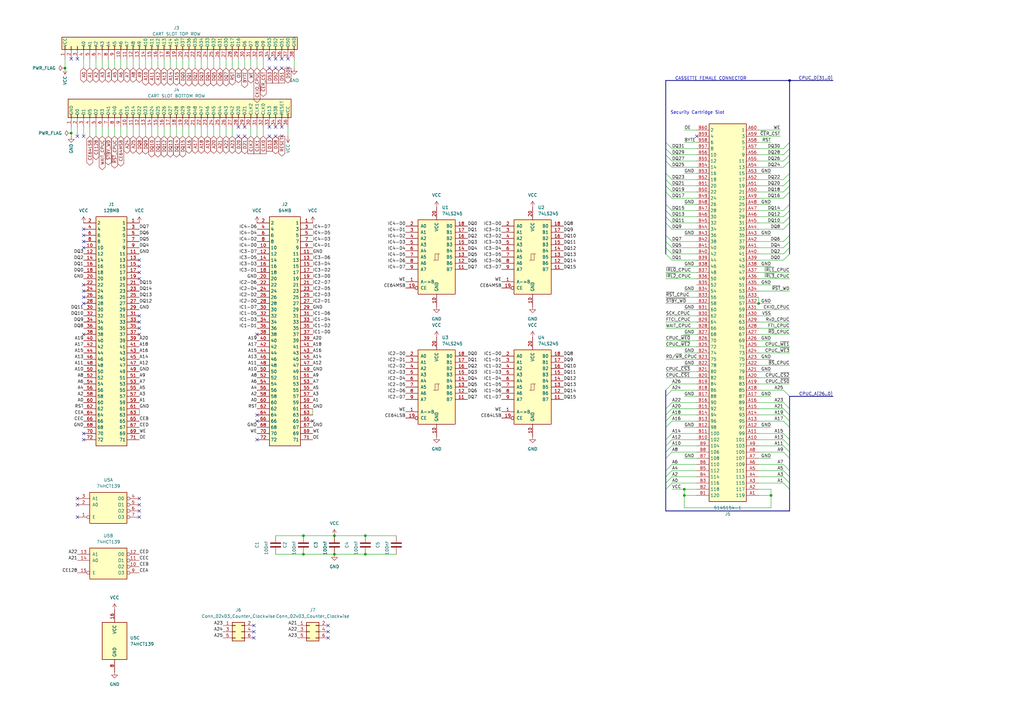
<source format=kicad_sch>
(kicad_sch (version 20231120) (generator "eeschema") (generator_version "8.0")
  (paper "A3")
  (junction (at 323.85 33.02))
  (junction (at 280.67 203.2))
  (junction (at 137.16 219.71))
  (junction (at 124.46 227.33))
  (junction (at 149.86 227.33))
  (junction (at 149.86 219.71))
  (junction (at 29.21 54.61))
  (junction (at 280.67 200.66))
  (junction (at 311.15 124.46))
  (junction (at 316.23 203.2))
  (junction (at 26.67 27.94))
  (junction (at 137.16 227.33))
  (junction (at 124.46 219.71))
  (no_connect (at 113.03 27.94))
  (no_connect (at 104.14 259.08))
  (no_connect (at 34.29 137.16))
  (no_connect (at 34.29 180.34))
  (no_connect (at 57.15 137.16))
  (no_connect (at 104.14 261.62))
  (no_connect (at 128.27 172.72))
  (no_connect (at 34.29 177.8))
  (no_connect (at 34.29 119.38))
  (no_connect (at 118.11 24.13))
  (no_connect (at 105.41 180.34))
  (no_connect (at 115.57 52.07))
  (no_connect (at 115.57 24.13))
  (no_connect (at 34.29 55.88))
  (no_connect (at 31.75 204.47))
  (no_connect (at 57.15 212.09))
  (no_connect (at 113.03 55.88))
  (no_connect (at 31.75 207.01))
  (no_connect (at 31.75 55.88))
  (no_connect (at 34.29 116.84))
  (no_connect (at 134.62 256.54))
  (no_connect (at 118.11 27.94))
  (no_connect (at 105.41 170.18))
  (no_connect (at 34.29 93.98))
  (no_connect (at 113.03 52.07))
  (no_connect (at 57.15 204.47))
  (no_connect (at 105.41 172.72))
  (no_connect (at 134.62 259.08))
  (no_connect (at 285.75 55.88))
  (no_connect (at 57.15 106.68))
  (no_connect (at 110.49 27.94))
  (no_connect (at 134.62 261.62))
  (no_connect (at 57.15 114.3))
  (no_connect (at 34.29 99.06))
  (no_connect (at 34.29 124.46))
  (no_connect (at 57.15 132.08))
  (no_connect (at 29.21 24.13))
  (no_connect (at 113.03 24.13))
  (no_connect (at 34.29 121.92))
  (no_connect (at 97.79 55.88))
  (no_connect (at 57.15 207.01))
  (no_connect (at 97.79 52.07))
  (no_connect (at 57.15 111.76))
  (no_connect (at 115.57 27.94))
  (no_connect (at 34.29 101.6))
  (no_connect (at 115.57 55.88))
  (no_connect (at 110.49 55.88))
  (no_connect (at 110.49 52.07))
  (no_connect (at 104.14 256.54))
  (no_connect (at 100.33 52.07))
  (no_connect (at 34.29 96.52))
  (no_connect (at 100.33 55.88))
  (no_connect (at 31.75 24.13))
  (no_connect (at 110.49 24.13))
  (no_connect (at 57.15 134.62))
  (no_connect (at 31.75 212.09))
  (no_connect (at 57.15 129.54))
  (no_connect (at 57.15 109.22))
  (no_connect (at 105.41 137.16))
  (no_connect (at 57.15 209.55))
  (bus_entry (at 321.31 177.8) (size 2.54 2.54))
  (bus_entry (at 273.05 66.04) (size 2.54 2.54))
  (bus_entry (at 321.31 81.28) (size 2.54 -2.54))
  (bus_entry (at 275.59 182.88) (size -2.54 2.54))
  (bus_entry (at 323.85 175.26) (size -2.54 -2.54))
  (bus_entry (at 321.31 68.58) (size 2.54 -2.54))
  (bus_entry (at 321.31 63.5) (size 2.54 -2.54))
  (bus_entry (at 273.05 99.06) (size 2.54 2.54))
  (bus_entry (at 323.85 167.64) (size -2.54 -2.54))
  (bus_entry (at 323.85 172.72) (size -2.54 -2.54))
  (bus_entry (at 321.31 73.66) (size 2.54 -2.54))
  (bus_entry (at 273.05 182.88) (size 2.54 -2.54))
  (bus_entry (at 321.31 198.12) (size 2.54 2.54))
  (bus_entry (at 273.05 195.58) (size 2.54 -2.54))
  (bus_entry (at 273.05 101.6) (size 2.54 2.54))
  (bus_entry (at 321.31 104.14) (size 2.54 -2.54))
  (bus_entry (at 321.31 91.44) (size 2.54 -2.54))
  (bus_entry (at 273.05 162.56) (size 2.54 -2.54))
  (bus_entry (at 273.05 86.36) (size 2.54 2.54))
  (bus_entry (at 273.05 104.14) (size 2.54 2.54))
  (bus_entry (at 273.05 170.18) (size 2.54 -2.54))
  (bus_entry (at 321.31 101.6) (size 2.54 -2.54))
  (bus_entry (at 273.05 73.66) (size 2.54 2.54))
  (bus_entry (at 273.05 91.44) (size 2.54 2.54))
  (bus_entry (at 321.31 88.9) (size 2.54 -2.54))
  (bus_entry (at 273.05 172.72) (size 2.54 -2.54))
  (bus_entry (at 273.05 83.82) (size 2.54 2.54))
  (bus_entry (at 275.59 172.72) (size -2.54 2.54))
  (bus_entry (at 321.31 60.96) (size 2.54 -2.54))
  (bus_entry (at 321.31 195.58) (size 2.54 2.54))
  (bus_entry (at 323.85 170.18) (size -2.54 -2.54))
  (bus_entry (at 321.31 93.98) (size 2.54 -2.54))
  (bus_entry (at 323.85 162.56) (size -2.54 -2.54))
  (bus_entry (at 321.31 86.36) (size 2.54 -2.54))
  (bus_entry (at 273.05 180.34) (size 2.54 -2.54))
  (bus_entry (at 273.05 160.02) (size 2.54 -2.54))
  (bus_entry (at 321.31 190.5) (size 2.54 2.54))
  (bus_entry (at 321.31 106.68) (size 2.54 -2.54))
  (bus_entry (at 321.31 76.2) (size 2.54 -2.54))
  (bus_entry (at 273.05 200.66) (size 2.54 -2.54))
  (bus_entry (at 273.05 78.74) (size 2.54 2.54))
  (bus_entry (at 273.05 58.42) (size 2.54 2.54))
  (bus_entry (at 273.05 88.9) (size 2.54 2.54))
  (bus_entry (at 321.31 78.74) (size 2.54 -2.54))
  (bus_entry (at 321.31 185.42) (size 2.54 2.54))
  (bus_entry (at 273.05 187.96) (size 2.54 -2.54))
  (bus_entry (at 273.05 63.5) (size 2.54 2.54))
  (bus_entry (at 273.05 60.96) (size 2.54 2.54))
  (bus_entry (at 321.31 193.04) (size 2.54 2.54))
  (bus_entry (at 273.05 198.12) (size 2.54 -2.54))
  (bus_entry (at 273.05 76.2) (size 2.54 2.54))
  (bus_entry (at 321.31 180.34) (size 2.54 2.54))
  (bus_entry (at 273.05 71.12) (size 2.54 2.54))
  (bus_entry (at 321.31 99.06) (size 2.54 -2.54))
  (bus_entry (at 321.31 182.88) (size 2.54 2.54))
  (bus_entry (at 273.05 193.04) (size 2.54 -2.54))
  (bus_entry (at 321.31 66.04) (size 2.54 -2.54))
  (bus_entry (at 273.05 167.64) (size 2.54 -2.54))
  (bus_entry (at 273.05 96.52) (size 2.54 2.54))
  (wire (pts (xy 31.75 52.07) (xy 31.75 55.88)))
  (wire (pts (xy 72.39 24.13) (xy 72.39 27.94)))
  (wire (pts (xy 90.17 24.13) (xy 90.17 27.94)))
  (wire (pts (xy 273.05 142.24) (xy 285.75 142.24)))
  (wire (pts (xy 311.15 137.16) (xy 323.85 137.16)))
  (wire (pts (xy 29.21 54.61) (xy 29.21 55.88)))
  (wire (pts (xy 105.41 52.07) (xy 105.41 55.88)))
  (wire (pts (xy 275.59 101.6) (xy 285.75 101.6)))
  (wire (pts (xy 311.15 203.2) (xy 316.23 203.2)))
  (wire (pts (xy 316.23 162.56) (xy 311.15 162.56)))
  (wire (pts (xy 113.03 227.33) (xy 124.46 227.33)))
  (wire (pts (xy 124.46 227.33) (xy 137.16 227.33)))
  (wire (pts (xy 311.15 53.34) (xy 320.04 53.34)))
  (wire (pts (xy 74.93 52.07) (xy 74.93 55.88)))
  (wire (pts (xy 311.15 185.42) (xy 321.31 185.42)))
  (bus (pts (xy 273.05 99.06) (xy 273.05 96.52)))
  (wire (pts (xy 67.31 52.07) (xy 67.31 55.88)))
  (bus (pts (xy 273.05 160.02) (xy 273.05 162.56)))
  (wire (pts (xy 321.31 198.12) (xy 311.15 198.12)))
  (wire (pts (xy 311.15 91.44) (xy 321.31 91.44)))
  (wire (pts (xy 280.67 144.78) (xy 285.75 144.78)))
  (bus (pts (xy 323.85 73.66) (xy 323.85 76.2)))
  (wire (pts (xy 105.41 24.13) (xy 105.41 27.94)))
  (wire (pts (xy 273.05 129.54) (xy 285.75 129.54)))
  (wire (pts (xy 311.15 68.58) (xy 321.31 68.58)))
  (wire (pts (xy 102.87 24.13) (xy 102.87 27.94)))
  (wire (pts (xy 95.25 52.07) (xy 95.25 55.88)))
  (wire (pts (xy 311.15 121.92) (xy 311.15 124.46)))
  (bus (pts (xy 323.85 195.58) (xy 323.85 198.12)))
  (wire (pts (xy 311.15 139.7) (xy 316.23 139.7)))
  (wire (pts (xy 280.67 149.86) (xy 285.75 149.86)))
  (wire (pts (xy 54.61 52.07) (xy 54.61 55.88)))
  (bus (pts (xy 273.05 88.9) (xy 273.05 86.36)))
  (wire (pts (xy 275.59 63.5) (xy 285.75 63.5)))
  (wire (pts (xy 311.15 134.62) (xy 323.85 134.62)))
  (wire (pts (xy 275.59 160.02) (xy 285.75 160.02)))
  (wire (pts (xy 311.15 111.76) (xy 323.85 111.76)))
  (wire (pts (xy 285.75 96.52) (xy 280.67 96.52)))
  (wire (pts (xy 280.67 203.2) (xy 280.67 200.66)))
  (wire (pts (xy 311.15 193.04) (xy 321.31 193.04)))
  (wire (pts (xy 120.65 24.13) (xy 120.65 27.94)))
  (bus (pts (xy 273.05 58.42) (xy 273.05 33.02)))
  (wire (pts (xy 52.07 24.13) (xy 52.07 27.94)))
  (wire (pts (xy 280.67 203.2) (xy 285.75 203.2)))
  (wire (pts (xy 311.15 116.84) (xy 316.23 116.84)))
  (wire (pts (xy 72.39 52.07) (xy 72.39 55.88)))
  (wire (pts (xy 311.15 114.3) (xy 323.85 114.3)))
  (wire (pts (xy 275.59 104.14) (xy 285.75 104.14)))
  (wire (pts (xy 311.15 88.9) (xy 321.31 88.9)))
  (wire (pts (xy 316.23 152.4) (xy 311.15 152.4)))
  (wire (pts (xy 280.67 127) (xy 285.75 127)))
  (bus (pts (xy 273.05 71.12) (xy 273.05 66.04)))
  (wire (pts (xy 321.31 180.34) (xy 311.15 180.34)))
  (wire (pts (xy 36.83 24.13) (xy 36.83 27.94)))
  (wire (pts (xy 113.03 219.71) (xy 124.46 219.71)))
  (wire (pts (xy 87.63 52.07) (xy 87.63 55.88)))
  (bus (pts (xy 323.85 187.96) (xy 323.85 193.04)))
  (bus (pts (xy 273.05 104.14) (xy 273.05 101.6)))
  (wire (pts (xy 275.59 86.36) (xy 285.75 86.36)))
  (bus (pts (xy 323.85 71.12) (xy 323.85 73.66)))
  (wire (pts (xy 273.05 121.92) (xy 285.75 121.92)))
  (wire (pts (xy 311.15 175.26) (xy 316.23 175.26)))
  (bus (pts (xy 323.85 162.56) (xy 341.63 162.56)))
  (wire (pts (xy 311.15 160.02) (xy 321.31 160.02)))
  (bus (pts (xy 323.85 180.34) (xy 323.85 182.88)))
  (wire (pts (xy 311.15 78.74) (xy 321.31 78.74)))
  (wire (pts (xy 311.15 104.14) (xy 321.31 104.14)))
  (wire (pts (xy 49.53 24.13) (xy 49.53 27.94)))
  (wire (pts (xy 87.63 24.13) (xy 87.63 27.94)))
  (bus (pts (xy 273.05 73.66) (xy 273.05 71.12)))
  (bus (pts (xy 323.85 200.66) (xy 323.85 209.55)))
  (wire (pts (xy 57.15 52.07) (xy 57.15 55.88)))
  (wire (pts (xy 311.15 144.78) (xy 323.85 144.78)))
  (wire (pts (xy 273.05 132.08) (xy 285.75 132.08)))
  (wire (pts (xy 273.05 154.94) (xy 285.75 154.94)))
  (wire (pts (xy 311.15 63.5) (xy 321.31 63.5)))
  (wire (pts (xy 285.75 195.58) (xy 275.59 195.58)))
  (wire (pts (xy 82.55 52.07) (xy 82.55 55.88)))
  (bus (pts (xy 273.05 195.58) (xy 273.05 198.12)))
  (wire (pts (xy 77.47 52.07) (xy 77.47 55.88)))
  (bus (pts (xy 273.05 96.52) (xy 273.05 91.44)))
  (bus (pts (xy 273.05 193.04) (xy 273.05 195.58)))
  (wire (pts (xy 41.91 24.13) (xy 41.91 27.94)))
  (wire (pts (xy 137.16 227.33) (xy 149.86 227.33)))
  (wire (pts (xy 311.15 142.24) (xy 323.85 142.24)))
  (wire (pts (xy 275.59 99.06) (xy 285.75 99.06)))
  (wire (pts (xy 85.09 24.13) (xy 85.09 27.94)))
  (wire (pts (xy 311.15 93.98) (xy 321.31 93.98)))
  (bus (pts (xy 323.85 63.5) (xy 323.85 66.04)))
  (bus (pts (xy 323.85 99.06) (xy 323.85 101.6)))
  (wire (pts (xy 69.85 52.07) (xy 69.85 55.88)))
  (wire (pts (xy 311.15 182.88) (xy 321.31 182.88)))
  (wire (pts (xy 311.15 66.04) (xy 321.31 66.04)))
  (wire (pts (xy 57.15 167.64) (xy 57.15 170.18)))
  (wire (pts (xy 95.25 24.13) (xy 95.25 27.94)))
  (wire (pts (xy 285.75 180.34) (xy 275.59 180.34)))
  (wire (pts (xy 280.67 162.56) (xy 285.75 162.56)))
  (wire (pts (xy 97.79 24.13) (xy 97.79 27.94)))
  (wire (pts (xy 273.05 111.76) (xy 285.75 111.76)))
  (wire (pts (xy 107.95 52.07) (xy 107.95 55.88)))
  (bus (pts (xy 273.05 172.72) (xy 273.05 175.26)))
  (wire (pts (xy 273.05 152.4) (xy 285.75 152.4)))
  (wire (pts (xy 316.23 200.66) (xy 311.15 200.66)))
  (bus (pts (xy 273.05 63.5) (xy 273.05 60.96)))
  (wire (pts (xy 54.61 24.13) (xy 54.61 27.94)))
  (wire (pts (xy 118.11 52.07) (xy 118.11 55.88)))
  (bus (pts (xy 323.85 101.6) (xy 323.85 104.14)))
  (wire (pts (xy 124.46 219.71) (xy 137.16 219.71)))
  (wire (pts (xy 285.75 190.5) (xy 275.59 190.5)))
  (wire (pts (xy 36.83 52.07) (xy 36.83 55.88)))
  (wire (pts (xy 311.15 55.88) (xy 320.04 55.88)))
  (bus (pts (xy 273.05 101.6) (xy 273.05 99.06)))
  (bus (pts (xy 273.05 76.2) (xy 273.05 73.66)))
  (bus (pts (xy 323.85 193.04) (xy 323.85 195.58)))
  (wire (pts (xy 57.15 24.13) (xy 57.15 27.94)))
  (wire (pts (xy 273.05 114.3) (xy 285.75 114.3)))
  (wire (pts (xy 82.55 24.13) (xy 82.55 27.94)))
  (wire (pts (xy 102.87 52.07) (xy 102.87 55.88)))
  (wire (pts (xy 311.15 132.08) (xy 323.85 132.08)))
  (wire (pts (xy 275.59 78.74) (xy 285.75 78.74)))
  (bus (pts (xy 273.05 200.66) (xy 273.05 209.55)))
  (wire (pts (xy 46.99 24.13) (xy 46.99 27.94)))
  (wire (pts (xy 280.67 109.22) (xy 285.75 109.22)))
  (bus (pts (xy 273.05 162.56) (xy 273.05 167.64)))
  (bus (pts (xy 273.05 33.02) (xy 323.85 33.02)))
  (wire (pts (xy 311.15 81.28) (xy 321.31 81.28)))
  (wire (pts (xy 311.15 147.32) (xy 316.23 147.32)))
  (bus (pts (xy 323.85 91.44) (xy 323.85 96.52)))
  (bus (pts (xy 323.85 88.9) (xy 323.85 91.44)))
  (wire (pts (xy 26.67 24.13) (xy 26.67 27.94)))
  (wire (pts (xy 39.37 24.13) (xy 39.37 27.94)))
  (wire (pts (xy 62.23 24.13) (xy 62.23 27.94)))
  (wire (pts (xy 311.15 170.18) (xy 321.31 170.18)))
  (wire (pts (xy 275.59 193.04) (xy 285.75 193.04)))
  (wire (pts (xy 275.59 68.58) (xy 285.75 68.58)))
  (bus (pts (xy 273.05 185.42) (xy 273.05 187.96)))
  (bus (pts (xy 323.85 185.42) (xy 323.85 187.96)))
  (wire (pts (xy 321.31 172.72) (xy 311.15 172.72)))
  (wire (pts (xy 316.23 200.66) (xy 316.23 203.2)))
  (wire (pts (xy 273.05 139.7) (xy 285.75 139.7)))
  (wire (pts (xy 311.15 101.6) (xy 321.31 101.6)))
  (wire (pts (xy 275.59 88.9) (xy 285.75 88.9)))
  (wire (pts (xy 67.31 24.13) (xy 67.31 27.94)))
  (wire (pts (xy 44.45 52.07) (xy 44.45 55.88)))
  (wire (pts (xy 64.77 52.07) (xy 64.77 55.88)))
  (wire (pts (xy 285.75 182.88) (xy 275.59 182.88)))
  (bus (pts (xy 323.85 33.02) (xy 341.63 33.02)))
  (wire (pts (xy 275.59 200.66) (xy 280.67 200.66)))
  (bus (pts (xy 323.85 175.26) (xy 323.85 180.34)))
  (wire (pts (xy 137.16 219.71) (xy 149.86 219.71)))
  (wire (pts (xy 59.69 52.07) (xy 59.69 55.88)))
  (wire (pts (xy 311.15 86.36) (xy 321.31 86.36)))
  (wire (pts (xy 275.59 73.66) (xy 285.75 73.66)))
  (bus (pts (xy 273.05 83.82) (xy 273.05 78.74)))
  (wire (pts (xy 85.09 52.07) (xy 85.09 55.88)))
  (wire (pts (xy 273.05 147.32) (xy 285.75 147.32)))
  (wire (pts (xy 92.71 24.13) (xy 92.71 27.94)))
  (wire (pts (xy 34.29 52.07) (xy 34.29 55.88)))
  (wire (pts (xy 275.59 60.96) (xy 285.75 60.96)))
  (wire (pts (xy 285.75 185.42) (xy 275.59 185.42)))
  (wire (pts (xy 80.01 24.13) (xy 80.01 27.94)))
  (bus (pts (xy 273.05 182.88) (xy 273.05 185.42)))
  (bus (pts (xy 273.05 187.96) (xy 273.05 193.04)))
  (wire (pts (xy 64.77 24.13) (xy 64.77 27.94)))
  (bus (pts (xy 273.05 78.74) (xy 273.05 76.2)))
  (wire (pts (xy 59.69 24.13) (xy 59.69 27.94)))
  (wire (pts (xy 149.86 227.33) (xy 162.56 227.33)))
  (wire (pts (xy 273.05 134.62) (xy 285.75 134.62)))
  (wire (pts (xy 275.59 93.98) (xy 285.75 93.98)))
  (wire (pts (xy 275.59 165.1) (xy 285.75 165.1)))
  (bus (pts (xy 273.05 198.12) (xy 273.05 200.66)))
  (bus (pts (xy 323.85 58.42) (xy 323.85 60.96)))
  (bus (pts (xy 273.05 170.18) (xy 273.05 172.72)))
  (wire (pts (xy 280.67 175.26) (xy 285.75 175.26)))
  (wire (pts (xy 316.23 83.82) (xy 311.15 83.82)))
  (wire (pts (xy 280.67 83.82) (xy 285.75 83.82)))
  (bus (pts (xy 323.85 60.96) (xy 323.85 63.5)))
  (bus (pts (xy 323.85 66.04) (xy 323.85 71.12)))
  (wire (pts (xy 316.23 203.2) (xy 316.23 208.28)))
  (wire (pts (xy 275.59 81.28) (xy 285.75 81.28)))
  (wire (pts (xy 275.59 106.68) (xy 285.75 106.68)))
  (wire (pts (xy 311.15 124.46) (xy 316.23 124.46)))
  (wire (pts (xy 311.15 195.58) (xy 321.31 195.58)))
  (wire (pts (xy 280.67 53.34) (xy 285.75 53.34)))
  (wire (pts (xy 280.67 137.16) (xy 285.75 137.16)))
  (bus (pts (xy 273.05 180.34) (xy 273.05 182.88)))
  (wire (pts (xy 285.75 177.8) (xy 275.59 177.8)))
  (wire (pts (xy 77.47 24.13) (xy 77.47 27.94)))
  (wire (pts (xy 280.67 208.28) (xy 316.23 208.28)))
  (wire (pts (xy 311.15 167.64) (xy 321.31 167.64)))
  (wire (pts (xy 34.29 24.13) (xy 34.29 27.94)))
  (wire (pts (xy 311.15 60.96) (xy 321.31 60.96)))
  (wire (pts (xy 311.15 73.66) (xy 321.31 73.66)))
  (wire (pts (xy 149.86 219.71) (xy 162.56 219.71)))
  (wire (pts (xy 100.33 24.13) (xy 100.33 27.94)))
  (wire (pts (xy 29.21 52.07) (xy 29.21 54.61)))
  (bus (pts (xy 323.85 172.72) (xy 323.85 175.26)))
  (wire (pts (xy 311.15 76.2) (xy 321.31 76.2)))
  (wire (pts (xy 321.31 177.8) (xy 311.15 177.8)))
  (wire (pts (xy 311.15 127) (xy 323.85 127)))
  (wire (pts (xy 49.53 52.07) (xy 49.53 55.88)))
  (bus (pts (xy 273.05 209.55) (xy 323.85 209.55)))
  (wire (pts (xy 74.93 24.13) (xy 74.93 27.94)))
  (wire (pts (xy 69.85 24.13) (xy 69.85 27.94)))
  (wire (pts (xy 311.15 71.12) (xy 316.23 71.12)))
  (wire (pts (xy 280.67 187.96) (xy 285.75 187.96)))
  (bus (pts (xy 323.85 96.52) (xy 323.85 99.06)))
  (wire (pts (xy 90.17 52.07) (xy 90.17 55.88)))
  (bus (pts (xy 323.85 182.88) (xy 323.85 185.42)))
  (wire (pts (xy 275.59 76.2) (xy 285.75 76.2)))
  (wire (pts (xy 311.15 149.86) (xy 323.85 149.86)))
  (wire (pts (xy 52.07 52.07) (xy 52.07 55.88)))
  (bus (pts (xy 323.85 86.36) (xy 323.85 88.9)))
  (wire (pts (xy 275.59 170.18) (xy 285.75 170.18)))
  (bus (pts (xy 273.05 60.96) (xy 273.05 58.42)))
  (bus (pts (xy 273.05 86.36) (xy 273.05 83.82)))
  (wire (pts (xy 44.45 24.13) (xy 44.45 27.94)))
  (wire (pts (xy 311.15 154.94) (xy 323.85 154.94)))
  (wire (pts (xy 285.75 157.48) (xy 275.59 157.48)))
  (wire (pts (xy 311.15 99.06) (xy 321.31 99.06)))
  (bus (pts (xy 273.05 175.26) (xy 273.05 180.34)))
  (wire (pts (xy 275.59 91.44) (xy 285.75 91.44)))
  (wire (pts (xy 275.59 66.04) (xy 285.75 66.04)))
  (wire (pts (xy 280.67 119.38) (xy 285.75 119.38)))
  (wire (pts (xy 311.15 157.48) (xy 323.85 157.48)))
  (wire (pts (xy 316.23 187.96) (xy 311.15 187.96)))
  (wire (pts (xy 275.59 167.64) (xy 285.75 167.64)))
  (wire (pts (xy 311.15 129.54) (xy 316.23 129.54)))
  (wire (pts (xy 285.75 172.72) (xy 275.59 172.72)))
  (wire (pts (xy 285.75 198.12) (xy 275.59 198.12)))
  (wire (pts (xy 311.15 58.42) (xy 316.23 58.42)))
  (bus (pts (xy 323.85 170.18) (xy 323.85 172.72)))
  (wire (pts (xy 273.05 124.46) (xy 285.75 124.46)))
  (bus (pts (xy 273.05 66.04) (xy 273.05 63.5)))
  (wire (pts (xy 92.71 52.07) (xy 92.71 55.88)))
  (wire (pts (xy 280.67 208.28) (xy 280.67 203.2)))
  (bus (pts (xy 323.85 76.2) (xy 323.85 78.74)))
  (bus (pts (xy 323.85 198.12) (xy 323.85 200.66)))
  (wire (pts (xy 41.91 52.07) (xy 41.91 55.88)))
  (bus (pts (xy 323.85 78.74) (xy 323.85 83.82)))
  (wire (pts (xy 311.15 190.5) (xy 321.31 190.5)))
  (wire (pts (xy 80.01 52.07) (xy 80.01 55.88)))
  (wire (pts (xy 107.95 24.13) (xy 107.95 27.94)))
  (wire (pts (xy 46.99 52.07) (xy 46.99 55.88)))
  (bus (pts (xy 273.05 91.44) (xy 273.05 88.9)))
  (bus (pts (xy 323.85 167.64) (xy 323.85 170.18)))
  (wire (pts (xy 128.27 167.64) (xy 128.27 170.18)))
  (wire (pts (xy 62.23 52.07) (xy 62.23 55.88)))
  (bus (pts (xy 323.85 162.56) (xy 323.85 167.64)))
  (wire (pts (xy 39.37 52.07) (xy 39.37 55.88)))
  (wire (pts (xy 311.15 106.68) (xy 321.31 106.68)))
  (bus (pts (xy 323.85 83.82) (xy 323.85 86.36)))
  (wire (pts (xy 280.67 71.12) (xy 285.75 71.12)))
  (wire (pts (xy 316.23 109.22) (xy 311.15 109.22)))
  (wire (pts (xy 280.67 200.66) (xy 285.75 200.66)))
  (bus (pts (xy 323.85 33.02) (xy 323.85 58.42)))
  (wire (pts (xy 316.23 96.52) (xy 311.15 96.52)))
  (wire (pts (xy 311.15 119.38) (xy 323.85 119.38)))
  (wire (pts (xy 311.15 165.1) (xy 321.31 165.1)))
  (bus (pts (xy 273.05 167.64) (xy 273.05 170.18)))
  (wire (pts (xy 280.67 58.42) (xy 285.75 58.42)))
  (text " Security Cartridge Slot" (at 297.18 46.99 0) (effects (font (size 1.27 1.27)) (justify right bottom)))
  (text "CASSETTE FEMALE CONNECTOR" (at 276.86 33.02 0) (effects (font (size 1.27 1.27)) (justify left bottom)))
  (label "OE" (at 57.15 180.34 0))
  (label "GND" (at 316.23 175.26 180))
  (label "DQ7" (at 191.77 163.83 0))
  (label "IC4-D6" (at 105.41 93.98 180))
  (label "IC2-D4" (at 105.41 119.38 180))
  (label "IC3-D3" (at 105.41 109.22 180))
  (label "IC1-D1" (at 105.41 134.62 180))
  (label "IC1-D5" (at 105.41 129.54 180))
  (label "DQ12" (at 320.04 88.9 180))
  (label "A18" (at 275.59 170.18 0))
  (label "A0" (at 34.29 165.1 180))
  (label "DQ14" (at 231.14 107.95 0))
  (label "A19" (at 321.31 170.18 180))
  (label "~{RD}_CPUC" (at 323.85 137.16 180))
  (label "GND" (at 128.27 167.64 0))
  (label "IC1-D3" (at 105.41 132.08 180))
  (label "DQ8" (at 320.04 93.98 180))
  (label "DQ13" (at 275.59 88.9 0))
  (label "DQ2" (at 191.77 151.13 0))
  (label "A11" (at 105.41 149.86 180))
  (label "A6" (at 275.59 190.5 0))
  (label "GND" (at 34.29 175.26 180))
  (label "A26" (at 275.59 157.48 0))
  (label "GND" (at 105.41 175.26 180))
  (label "DQ22" (at 320.04 73.66 180))
  (label "A22" (at 121.92 259.08 180))
  (label "DQ16" (at 320.04 81.28 180))
  (label "GND" (at 280.67 119.38 0))
  (label "GND" (at 316.23 147.32 180))
  (label "IC4-D5" (at 128.27 96.52 0))
  (label "A12" (at 275.59 180.34 0))
  (label "DQ29" (at 275.59 63.5 0))
  (label "GND" (at 57.15 104.14 0))
  (label "CE128" (at 31.75 234.95 180))
  (label "DQ0" (at 191.77 146.05 0))
  (label "CEC" (at 34.29 172.72 180))
  (label "A7" (at 128.27 157.48 0))
  (label "DQ7" (at 191.77 110.49 0))
  (label "DQ14" (at 320.04 86.36 180))
  (label "A5" (at 128.27 160.02 0))
  (label "IC3-D2" (at 205.74 97.79 180))
  (label "DQ11" (at 231.14 100.33 0))
  (label "CPUC_~{WE1}" (at 323.85 142.24 180))
  (label "GND" (at 316.23 71.12 180))
  (label "A16" (at 57.15 144.78 0))
  (label "A25" (at 91.44 261.62 180))
  (label "IC2-D3" (at 166.37 153.67 180))
  (label "DQ2" (at 191.77 97.79 0))
  (label "IC4-D5" (at 166.37 105.41 180))
  (label "RST" (at 34.29 167.64 180))
  (label "IC3-D1" (at 105.41 111.76 180))
  (label "A25" (at 321.31 160.02 180))
  (label "DQ8" (at 231.14 92.71 0))
  (label "CPUC_~{WE0}" (at 273.05 139.7 0))
  (label "GND" (at 316.23 187.96 180))
  (label "IC2-D1" (at 128.27 124.46 0))
  (label "DQ4" (at 57.15 101.6 0))
  (label "DQ19" (at 275.59 78.74 0))
  (label "A21" (at 321.31 167.64 180))
  (label "DQ1" (at 275.59 106.68 0))
  (label "DQ7" (at 275.59 99.06 0))
  (label "GND" (at 280.67 109.22 0))
  (label "A2" (at 275.59 195.58 0))
  (label "DQ13" (at 231.14 105.41 0))
  (label "~{RST}_WD" (at 323.85 119.38 180))
  (label "OE" (at 280.67 53.34 0))
  (label "GND" (at 57.15 152.4 0))
  (label "DQ15" (at 275.59 86.36 0))
  (label "CPUC_A[26..0]" (at 341.63 162.56 180))
  (label "DQ10" (at 320.04 91.44 180))
  (label "DQ11" (at 275.59 91.44 0))
  (label "GND" (at 316.23 116.84 180))
  (label "DQ6" (at 320.04 99.06 180))
  (label "A20" (at 275.59 167.64 0))
  (label "GND" (at 316.23 124.46 180))
  (label "DQ10" (at 34.29 129.54 180))
  (label "IC2-D6" (at 105.41 116.84 180))
  (label "CPUC_~{WE2}" (at 273.05 142.24 0))
  (label "DQ6" (at 57.15 96.52 0))
  (label "CE64LSB" (at 166.37 171.45 180))
  (label "DQ5" (at 275.59 101.6 0))
  (label "DQ5" (at 57.15 99.06 0))
  (label "VCC" (at 275.59 200.66 0))
  (label "IC4-D3" (at 128.27 99.06 0))
  (label "IC4-D0" (at 166.37 92.71 180))
  (label "GND" (at 316.23 83.82 180))
  (label "DQ1" (at 191.77 95.25 0))
  (label "A23" (at 121.92 261.62 180))
  (label "IC1-D4" (at 128.27 132.08 0))
  (label "IC3-D4" (at 128.27 109.22 0))
  (label "A4" (at 105.41 160.02 180))
  (label "A13" (at 34.29 147.32 180))
  (label "DQ5" (at 191.77 158.75 0))
  (label "~{RST}_CPUC" (at 273.05 121.92 0))
  (label "IC1-D6" (at 205.74 161.29 180))
  (label "GND" (at 280.67 187.96 0))
  (label "DQ30" (at 320.04 60.96 180))
  (label "CPUC_~{CS2}" (at 323.85 154.94 180))
  (label "GND" (at 280.67 149.86 0))
  (label "GND" (at 280.67 71.12 0))
  (label "IC1-D7" (at 105.41 127 180))
  (label "IC1-D2" (at 128.27 134.62 0))
  (label "GND" (at 316.23 96.52 180))
  (label "IC4-D0" (at 105.41 101.6 180))
  (label "DQ3" (at 191.77 153.67 0))
  (label "GND" (at 128.27 104.14 0))
  (label "IC3-D4" (at 205.74 102.87 180))
  (label "DQ17" (at 275.59 81.28 0))
  (label "IC1-D1" (at 205.74 148.59 180))
  (label "A15" (at 34.29 144.78 180))
  (label "A3" (at 128.27 162.56 0))
  (label "GND" (at 280.67 175.26 0))
  (label "DQ9" (at 34.29 132.08 180))
  (label "DQ3" (at 191.77 100.33 0))
  (label "IC3-D0" (at 128.27 114.3 0))
  (label "DQ26" (at 320.04 66.04 180))
  (label "A4" (at 275.59 193.04 0))
  (label "GND" (at 57.15 167.64 0))
  (label "IC4-D1" (at 128.27 101.6 0))
  (label "A13" (at 321.31 180.34 180))
  (label "IC4-D4" (at 166.37 102.87 180))
  (label "CE64MSB" (at 166.37 118.11 180))
  (label "A11" (at 321.31 182.88 180))
  (label "DQ1" (at 191.77 148.59 0))
  (label "A19" (at 34.29 139.7 180))
  (label "DQ0" (at 320.04 106.68 180))
  (label "A6" (at 105.41 157.48 180))
  (label "A10" (at 275.59 182.88 0))
  (label "FTI_CPUC" (at 323.85 134.62 180))
  (label "~{BS}_CPUC" (at 323.85 149.86 180))
  (label "A23" (at 91.44 256.54 180))
  (label "DQ14" (at 57.15 119.38 0))
  (label "A15" (at 105.41 144.78 180))
  (label "A13" (at 105.41 147.32 180))
  (label "A12" (at 128.27 149.86 0))
  (label "IC4-D1" (at 166.37 95.25 180))
  (label "VSS" (at 316.23 129.54 180))
  (label "DQ21" (at 275.59 76.2 0))
  (label "IC1-D3" (at 205.74 153.67 180))
  (label "IC4-D7" (at 128.27 93.98 0))
  (label "WAIT_CPUC" (at 273.05 134.62 0))
  (label "DQ14" (at 231.14 161.29 0))
  (label "DQ15" (at 57.15 116.84 0))
  (label "GND" (at 280.67 137.16 0))
  (label "FTCI_CPUC" (at 273.05 132.08 0))
  (label "A2" (at 105.41 162.56 180))
  (label "~{STBY_WD}" (at 273.05 124.46 0))
  (label "GND" (at 280.67 144.78 0))
  (label "DQ4" (at 191.77 102.87 0))
  (label "A5" (at 57.15 160.02 0))
  (label "DQ11" (at 231.14 153.67 0))
  (label "GND" (at 128.27 175.26 0))
  (label "A8" (at 34.29 154.94 180))
  (label "DQ3" (at 275.59 104.14 0))
  (label "A16" (at 275.59 172.72 0))
  (label "DQ5" (at 191.77 105.41 0))
  (label "GND" (at 105.41 114.3 180))
  (label "~{IRL1}_CPUC" (at 323.85 111.76 180))
  (label "WE" (at 128.27 177.8 0))
  (label "CED" (at 57.15 175.26 0))
  (label "A17" (at 321.31 172.72 180))
  (label "A9" (at 321.31 185.42 180))
  (label "IC2-D0" (at 166.37 146.05 180))
  (label "IC4-D2" (at 166.37 97.79 180))
  (label "DQ8" (at 34.29 134.62 180))
  (label "DQ12" (at 231.14 156.21 0))
  (label "DQ4" (at 191.77 156.21 0))
  (label "GND" (at 34.29 114.3 180))
  (label "GND" (at 280.67 162.56 0))
  (label "A17" (at 34.29 142.24 180))
  (label "IC1-D0" (at 205.74 146.05 180))
  (label "DQ8" (at 231.14 146.05 0))
  (label "IC1-D2" (at 205.74 151.13 180))
  (label "IC2-D2" (at 166.37 151.13 180))
  (label "IC2-D5" (at 166.37 158.75 180))
  (label "DQ2" (at 34.29 106.68 180))
  (label "A24" (at 91.44 259.08 180))
  (label "DQ9" (at 231.14 95.25 0))
  (label "CKIO_CPUC" (at 323.85 127 180))
  (label "CEC" (at 57.15 229.87 0))
  (label "DQ10" (at 231.14 151.13 0))
  (label "IC3-D2" (at 128.27 111.76 0))
  (label "DQ13" (at 231.14 158.75 0))
  (label "IC3-D7" (at 205.74 110.49 180))
  (label "DQ27" (at 275.59 66.04 0))
  (label "A18" (at 128.27 142.24 0))
  (label "DQ20" (at 320.04 76.2 180))
  (label "A12" (at 57.15 149.86 0))
  (label "DQ7" (at 57.15 93.98 0))
  (label "IC1-D4" (at 205.74 156.21 180))
  (label "GND" (at 280.67 83.82 0))
  (label "GND" (at 280.67 96.52 0))
  (label "DQ3" (at 34.29 104.14 180))
  (label "CEA" (at 57.15 234.95 0))
  (label "RST" (at 105.41 167.64 180))
  (label "GND" (at 316.23 109.22 180))
  (label "A9" (at 57.15 154.94 0))
  (label "DQ2" (at 320.04 104.14 180))
  (label "IC4-D2" (at 105.41 99.06 180))
  (label "IC2-D7" (at 128.27 116.84 0))
  (label "BYTE" (at 280.67 58.42 0))
  (label "IC2-D5" (at 128.27 119.38 0))
  (label "A21" (at 31.75 229.87 180))
  (label "CEA" (at 34.29 170.18 180))
  (label "A23" (at 321.31 165.1 180))
  (label "WE" (at 205.74 168.91 180))
  (label "CPUC_~{CS3}" (at 273.05 152.4 0))
  (label "WE" (at 105.41 177.8 180))
  (label "GND" (at 128.27 127 0))
  (label "DQ1" (at 34.29 109.22 180))
  (label "~{CE}R_CST" (at 320.04 55.88 180))
  (label "IC4-D7" (at 166.37 110.49 180))
  (label "A11" (at 34.29 149.86 180))
  (label "DQ12" (at 57.15 124.46 0))
  (label "WE" (at 205.74 115.57 180))
  (label "DQ6" (at 191.77 161.29 0))
  (label "IC3-D3" (at 205.74 100.33 180))
  (label "A17" (at 105.41 142.24 180))
  (label "A15" (at 321.31 177.8 180))
  (label "IC4-D3" (at 166.37 100.33 180))
  (label "IC3-D6" (at 205.74 107.95 180))
  (label "A5" (at 321.31 193.04 180))
  (label "A4" (at 34.29 160.02 180))
  (label "DQ4" (at 320.04 101.6 180))
  (label "DQ0" (at 191.77 92.71 0))
  (label "A14" (at 128.27 147.32 0))
  (label "A0" (at 105.41 165.1 180))
  (label "DQ23" (at 275.59 73.66 0))
  (label "IC2-D1" (at 166.37 148.59 180))
  (label "DQ24" (at 320.04 68.58 180))
  (label "A8" (at 275.59 185.42 0))
  (label "CPUC_D[31..0]" (at 341.63 33.02 180))
  (label "A3" (at 57.15 162.56 0))
  (label "IC1-D5" (at 205.74 158.75 180))
  (label "CPUC_~{WE3}" (at 323.85 144.78 180))
  (label "IC2-D7" (at 166.37 163.83 180))
  (label "DQ11" (at 34.29 127 180))
  (label "A1" (at 321.31 198.12 180))
  (label "A16" (at 128.27 144.78 0))
  (label "IC2-D4" (at 166.37 156.21 180))
  (label "IC1-D0" (at 128.27 137.16 0))
  (label "A7" (at 57.15 157.48 0))
  (label "IC2-D3" (at 128.27 121.92 0))
  (label "CPUC_~{CS0}" (at 323.85 157.48 180))
  (label "GND" (at 316.23 162.56 180))
  (label "OE" (at 128.27 180.34 0))
  (label "A6" (at 34.29 157.48 180))
  (label "WE" (at 166.37 168.91 180))
  (label "A10" (at 34.29 152.4 180))
  (label "DQ15" (at 231.14 110.49 0))
  (label "A10" (at 105.41 152.4 180))
  (label "IC4-D4" (at 105.41 96.52 180))
  (label "CPUC_~{CS1}" (at 273.05 154.94 0))
  (label "A1" (at 57.15 165.1 0))
  (label "A18" (at 57.15 142.24 0))
  (label "CEB" (at 57.15 232.41 0))
  (label "IC3-D5" (at 205.74 105.41 180))
  (label "DQ9" (at 231.14 148.59 0))
  (label "A24" (at 275.59 160.02 0))
  (label "A2" (at 34.29 162.56 180))
  (label "A14" (at 275.59 177.8 0))
  (label "~{IRL3}_CPUC" (at 323.85 114.3 180))
  (label "DQ9" (at 275.59 93.98 0))
  (label "DQ25" (at 275.59 68.58 0))
  (label "~{IRL0}_CPUC" (at 273.05 111.76 0))
  (label "DQ12" (at 231.14 102.87 0))
  (label "IC4-D6" (at 166.37 107.95 180))
  (label "A20" (at 128.27 139.7 0))
  (label "IC2-D0" (at 105.41 124.46 180))
  (label "WE" (at 320.04 53.34 180))
  (label "IC2-D6" (at 166.37 161.29 180))
  (label "A9" (at 128.27 154.94 0))
  (label "~{IRL2}_CPUC" (at 273.05 114.3 0))
  (label "A19" (at 105.41 139.7 180))
  (label "GND" (at 316.23 152.4 180))
  (label "RST" (at 316.23 58.42 180))
  (label "IC1-D6" (at 128.27 129.54 0))
  (label "CED" (at 57.15 227.33 0))
  (label "DQ28" (at 320.04 63.5 180))
  (label "GND" (at 128.27 152.4 0))
  (label "DQ31" (at 275.59 60.96 0))
  (label "DQ13" (at 57.15 121.92 0))
  (label "GND" (at 316.23 139.7 180))
  (label "DQ0" (at 34.29 111.76 180))
  (label "A20" (at 57.15 139.7 0))
  (label "IC3-D0" (at 205.74 92.71 180))
  (label "IC3-D5" (at 105.41 106.68 180))
  (label "A22" (at 31.75 227.33 180))
  (label "DQ15" (at 231.14 163.83 0))
  (label "SCK_CPUC" (at 273.05 129.54 0))
  (label "DQ18" (at 320.04 78.74 180))
  (label "A22" (at 275.59 165.1 0))
  (label "A21" (at 121.92 256.54 180))
  (label "GND" (at 280.67 127 0))
  (label "CE64MSB" (at 205.74 118.11 180))
  (label "GND" (at 57.15 127 0))
  (label "IC3-D7" (at 105.41 104.14 180))
  (label "WE" (at 166.37 115.57 180))
  (label "IC3-D1" (at 205.74 95.25 180))
  (label "RD{slash}~{WR}_CPUC" (at 273.05 147.32 0))
  (label "CEB" (at 57.15 172.72 0))
  (label "A3" (at 321.31 195.58 180))
  (label "A14" (at 57.15 147.32 0))
  (label "CE64LSB" (at 205.74 171.45 180))
  (label "IC2-D2" (at 105.41 121.92 180))
  (label "IC1-D7" (at 205.74 163.83 180))
  (label "WE" (at 57.15 177.8 0))
  (label "RxD_CPUC" (at 323.85 132.08 180))
  (label "A0" (at 275.59 198.12 0))
  (label "IC3-D6" (at 128.27 106.68 0))
  (label "A8" (at 105.41 154.94 180))
  (label "DQ6" (at 191.77 107.95 0))
  (label "A1" (at 128.27 165.1 0))
  (label "DQ10" (at 231.14 97.79 0))
  (label "A7" (at 321.31 190.5 180))
  (global_label "A10" (shape bidirectional) (at 59.69 27.94 270) (property "Intersheetrefs" "${INTERSHEET_REFS}" (effects (hide yes))))
  (global_label "WAIT_CPUC" (shape bidirectional) (at 41.91 55.88 270) (property "Intersheetrefs" "${INTERSHEET_REFS}" (effects (hide yes))))
  (global_label "DQ6" (shape bidirectional) (at 90.17 27.94 270) (property "Intersheetrefs" "${INTERSHEET_REFS}" (effects (hide yes))))
  (global_label "~{CE}R_CST" (shape bidirectional) (at 107.95 27.94 270) (property "Intersheetrefs" "${INTERSHEET_REFS}" (effects (hide yes))))
  (global_label "A11" (shape bidirectional) (at 62.23 27.94 270) (property "Intersheetrefs" "${INTERSHEET_REFS}" (effects (hide yes))))
  (global_label "A1" (shape bidirectional) (at 36.83 27.94 270) (property "Intersheetrefs" "${INTERSHEET_REFS}" (effects (hide yes))))
  (global_label "DQ0" (shape bidirectional) (at 74.93 27.94 270) (property "Intersheetrefs" "${INTERSHEET_REFS}" (effects (hide yes))))
  (global_label "CLK2" (shape input) (at 102.87 55.88 270) (property "Intersheetrefs" "${INTERSHEET_REFS}" (effects (hide yes))))
  (global_label "OE" (shape bidirectional) (at 97.79 27.94 270) (property "Intersheetrefs" "${INTERSHEET_REFS}" (effects (hide yes))))
  (global_label "A4" (shape bidirectional) (at 44.45 27.94 270) (property "Intersheetrefs" "${INTERSHEET_REFS}" (effects (hide yes))))
  (global_label "A25" (shape bidirectional) (at 54.61 55.88 270) (property "Intersheetrefs" "${INTERSHEET_REFS}" (effects (hide yes))))
  (global_label "CLK1" (shape input) (at 105.41 55.88 270) (property "Intersheetrefs" "${INTERSHEET_REFS}" (effects (hide yes))))
  (global_label "DQ9" (shape bidirectional) (at 59.69 55.88 270) (property "Intersheetrefs" "${INTERSHEET_REFS}" (effects (hide yes))))
  (global_label "DQ11" (shape bidirectional) (at 64.77 55.88 270) (property "Intersheetrefs" "${INTERSHEET_REFS}" (effects (hide yes))))
  (global_label "A18" (shape bidirectional) (at 82.55 55.88 270) (property "Intersheetrefs" "${INTERSHEET_REFS}" (effects (hide yes))))
  (global_label "A16" (shape bidirectional) (at 77.47 55.88 270) (property "Intersheetrefs" "${INTERSHEET_REFS}" (effects (hide yes))))
  (global_label "A6" (shape bidirectional) (at 49.53 27.94 270) (property "Intersheetrefs" "${INTERSHEET_REFS}" (effects (hide yes))))
  (global_label "D53" (shape input) (at 110.49 27.94 270) (property "Intersheetrefs" "${INTERSHEET_REFS}" (effects (hide yes))))
  (global_label "A21" (shape bidirectional) (at 90.17 55.88 270) (property "Intersheetrefs" "${INTERSHEET_REFS}" (effects (hide yes))))
  (global_label "DQ13" (shape bidirectional) (at 69.85 55.88 270) (property "Intersheetrefs" "${INTERSHEET_REFS}" (effects (hide yes))))
  (global_label "DQ14" (shape bidirectional) (at 72.39 55.88 270) (property "Intersheetrefs" "${INTERSHEET_REFS}" (effects (hide yes))))
  (global_label "A13" (shape bidirectional) (at 67.31 27.94 270) (property "Intersheetrefs" "${INTERSHEET_REFS}" (effects (hide yes))))
  (global_label "WE" (shape bidirectional) (at 102.87 27.94 270) (property "Intersheetrefs" "${INTERSHEET_REFS}" (effects (hide yes))))
  (global_label "A24" (shape bidirectional) (at 52.07 55.88 270) (property "Intersheetrefs" "${INTERSHEET_REFS}" (effects (hide yes))))
  (global_label "A23" (shape bidirectional) (at 95.25 55.88 270) (property "Intersheetrefs" "${INTERSHEET_REFS}" (effects (hide yes))))
  (global_label "CE64LSB" (shape bidirectional) (at 36.83 55.88 270) (property "Intersheetrefs" "${INTERSHEET_REFS}" (effects (hide yes))))
  (global_label "D38" (shape bidirectional) (at 113.03 55.88 270) (property "Intersheetrefs" "${INTERSHEET_REFS}" (effects (hide yes))))
  (global_label "A5" (shape bidirectional) (at 46.99 27.94 270) (property "Intersheetrefs" "${INTERSHEET_REFS}" (effects (hide yes))))
  (global_label "A3" (shape bidirectional) (at 41.91 27.94 270) (property "Intersheetrefs" "${INTERSHEET_REFS}" (effects (hide yes))))
  (global_label "A2" (shape bidirectional) (at 39.37 27.94 270) (property "Intersheetrefs" "${INTERSHEET_REFS}" (effects (hide yes))))
  (global_label "A12" (shape bidirectional) (at 64.77 27.94 270) (property "Intersheetrefs" "${INTERSHEET_REFS}" (effects (hide yes))))
  (global_label "A20" (shape bidirectional) (at 87.63 55.88 270) (property "Intersheetrefs" "${INTERSHEET_REFS}" (effects (hide yes))))
  (global_label "D50" (shape output) (at 118.11 27.94 270) (property "Intersheetrefs" "${INTERSHEET_REFS}" (effects (hide yes))))
  (global_label "A19" (shape bidirectional) (at 85.09 55.88 270) (property "Intersheetrefs" "${INTERSHEET_REFS}" (effects (hide yes))))
  (global_label "BYTE" (shape bidirectional) (at 100.33 27.94 270) (property "Intersheetrefs" "${INTERSHEET_REFS}" (effects (hide yes))))
  (global_label "D13" (shape input) (at 110.49 55.88 270) (property "Intersheetrefs" "${INTERSHEET_REFS}" (effects (hide yes))))
  (global_label "CKIO_CPUC" (shape bidirectional) (at 105.41 27.94 270) (property "Intersheetrefs" "${INTERSHEET_REFS}" (effects (hide yes))))
  (global_label "D51" (shape input) (at 115.57 27.94 270) (property "Intersheetrefs" "${INTERSHEET_REFS}" (effects (hide yes))))
  (global_label "RESET" (shape output) (at 115.57 55.88 270) (property "Intersheetrefs" "${INTERSHEET_REFS}" (effects (hide yes))))
  (global_label "CE64MSB" (shape bidirectional) (at 49.53 55.88 270) (property "Intersheetrefs" "${INTERSHEET_REFS}" (effects (hide yes))))
  (global_label "D21" (shape bidirectional) (at 100.33 55.88 270) (property "Intersheetrefs" "${INTERSHEET_REFS}" (effects (hide yes))))
  (global_label "A9" (shape bidirectional) (at 57.15 27.94 270) (property "Intersheetrefs" "${INTERSHEET_REFS}" (effects (hide yes))))
  (global_label "A15" (shape bidirectional) (at 72.39 27.94 270) (property "Intersheetrefs" "${INTERSHEET_REFS}" (effects (hide yes))))
  (global_label "DQ4" (shape bidirectional) (at 85.09 27.94 270) (property "Intersheetrefs" "${INTERSHEET_REFS}" (effects (hide yes))))
  (global_label "RST" (shape bidirectional) (at 95.25 27.94 270) (property "Intersheetrefs" "${INTERSHEET_REFS}" (effects (hide yes))))
  (global_label "DQ2" (shape bidirectional) (at 80.01 27.94 270) (property "Intersheetrefs" "${INTERSHEET_REFS}" (effects (hide yes))))
  (global_label "DQ12" (shape bidirectional) (at 67.31 55.88 270) (property "Intersheetrefs" "${INTERSHEET_REFS}" (effects (hide yes))))
  (global_label "D20" (shape bidirectional) (at 97.79 55.88 270) (property "Intersheetrefs" "${INTERSHEET_REFS}" (effects (hide yes))))
  (global_label "D52" (shape input) (at 113.03 27.94 270) (property "Intersheetrefs" "${INTERSHEET_REFS}" (effects (hide yes))))
  (global_label "CE128" (shape bidirectional) (at 39.37 55.88 270) (property "Intersheetrefs" "${INTERSHEET_REFS}" (effects (hide yes))))
  (global_label "DQ1" (shape bidirectional) (at 77.47 27.94 270) (property "Intersheetrefs" "${INTERSHEET_REFS}" (effects (hide yes))))
  (global_label "~{RST}_CPUC" (shape bidirectional) (at 46.99 55.88 270) (property "Intersheetrefs" "${INTERSHEET_REFS}" (effects (hide yes))))
  (global_label "DQ3" (shape bidirectional) (at 82.55 27.94 270) (property "Intersheetrefs" "${INTERSHEET_REFS}" (effects (hide yes))))
  (global_label "A7" (shape bidirectional) (at 52.07 27.94 270) (property "Intersheetrefs" "${INTERSHEET_REFS}" (effects (hide yes))))
  (global_label "A0" (shape bidirectional) (at 34.29 27.94 270) (property "Intersheetrefs" "${INTERSHEET_REFS}" (effects (hide yes))))
  (global_label "A22" (shape bidirectional) (at 92.71 55.88 270) (property "Intersheetrefs" "${INTERSHEET_REFS}" (effects (hide yes))))
  (global_label "DQ7" (shape bidirectional) (at 92.71 27.94 270) (property "Intersheetrefs" "${INTERSHEET_REFS}" (effects (hide yes))))
  (global_label "DQ8" (shape bidirectional) (at 57.15 55.88 270) (property "Intersheetrefs" "${INTERSHEET_REFS}" (effects (hide yes))))
  (global_label "A8" (shape bidirectional) (at 54.61 27.94 270) (property "Intersheetrefs" "${INTERSHEET_REFS}" (effects (hide yes))))
  (global_label "A14" (shape bidirectional) (at 69.85 27.94 270) (property "Intersheetrefs" "${INTERSHEET_REFS}" (effects (hide yes))))
  (global_label "~{STBY_WD}" (shape bidirectional) (at 44.45 55.88 270) (property "Intersheetrefs" "${INTERSHEET_REFS}" (effects (hide yes))))
  (global_label "CLK0" (shape input) (at 107.95 55.88 270) (property "Intersheetrefs" "${INTERSHEET_REFS}" (effects (hide yes))))
  (global_label "DQ10" (shape bidirectional) (at 62.23 55.88 270) (property "Intersheetrefs" "${INTERSHEET_REFS}" (effects (hide yes))))
  (global_label "DQ5" (shape bidirectional) (at 87.63 27.94 270) (property "Intersheetrefs" "${INTERSHEET_REFS}" (effects (hide yes))))
  (global_label "DQ15" (shape bidirectional) (at 74.93 55.88 270) (property "Intersheetrefs" "${INTERSHEET_REFS}" (effects (hide yes))))
  (global_label "A17" (shape bidirectional) (at 80.01 55.88 270) (property "Intersheetrefs" "${INTERSHEET_REFS}" (effects (hide yes))))
  (symbol (lib_id "power:GND") (at 46.99 275.59 0) (unit 1)
    (property "Reference" "#PWR022" (effects (hide yes)))
    (property "Value" "GND" (at 46.99 280.67 0))
    (property "Description" "Power symbol creates a global label with name \"GND\" , ground" (effects (hide yes)))
  )
  (symbol (lib_id "power:GND") (at 179.07 179.07 0) (unit 1)
    (property "Reference" "#PWR024" (effects (hide yes)))
    (property "Value" "GND" (at 179.07 184.15 0))
    (property "Description" "Power symbol creates a global label with name \"GND\" , ground" (effects (hide yes)))
  )
  (symbol (lib_id "power:GND") (at 137.16 227.33 0) (unit 1)
    (property "Reference" "#PWR032" (effects (hide yes)))
    (property "Value" "GND" (at 137.16 232.41 0))
    (property "Description" "Power symbol creates a global label with name \"GND\" , ground" (effects (hide yes)))
  )
  (symbol (lib_id "74xx:74LS245") (at 179.07 158.75 0) (unit 1)
    (property "Reference" "U3" (at 181.2641 138.43 0) (effects (justify left)))
    (property "Value" "74LS245" (at 181.2641 140.97 0) (effects (justify left)))
    (property "Footprint" "Package_SO:SSOP-20_5.3x7.2mm_P0.65mm" (effects (hide yes)))
    (property "Datasheet" "http://www.ti.com/lit/gpn/sn74LS245" (effects (hide yes)))
    (property "Description" "Octal BUS Transceivers, 3-State outputs" (effects (hide yes)))
  )
  (symbol (lib_id "Connector_Generic:Conn_02x03_Odd_Even") (at 127 259.08 0) (unit 1)
    (property "Reference" "J7" (at 128.27 250.19 0))
    (property "Value" "Conn_02x03_Counter_Clockwise" (at 128.27 252.73 0))
    (property "Footprint" "Connector_PinHeader_2.00mm:PinHeader_2x03_P2.00mm_Vertical" (effects (hide yes)))
    (property "Description" "Generic connector, double row, 02x03, odd/even pin numbering scheme (row 1 odd numbers, row 2 even numbers), script generated (kicad-library-utils/schlib/autogen/connector/)" (effects (hide yes)))
  )
  (symbol (lib_id "74xx:74LS245") (at 218.44 105.41 0) (unit 1)
    (property "Reference" "U2" (at 220.6341 85.09 0) (effects (justify left)))
    (property "Value" "74LS245" (at 220.6341 87.63 0) (effects (justify left)))
    (property "Footprint" "Package_SO:SSOP-20_5.3x7.2mm_P0.65mm" (effects (hide yes)))
    (property "Datasheet" "http://www.ti.com/lit/gpn/sn74LS245" (effects (hide yes)))
    (property "Description" "Octal BUS Transceivers, 3-State outputs" (effects (hide yes)))
  )
  (symbol (lib_id "5145154-1:5145154-1-CPS3") (at 311.15 203.2 180) (unit 1)
    (property "Reference" "J5" (at 298.45 210.82 0))
    (property "Value" "5145154-1" (at 298.45 208.28 0))
    (property "Footprint" "51451541" (effects (hide yes)))
    (property "Datasheet" "https://www.te.com/commerce/DocumentDelivery/DDEController?Action=showdoc&DocId=Customer+Drawing%7F5145154%7FF%7Fpdf%7FEnglish%7FENG_CD_5145154_F.pdf%7F5145154-1" (effects (hide yes)))
    (property "Description" "Tyco Electronics FemalePCBEdge Connector, Through Hole Mount, 120 Way, 2 Row, 1.27mm Pitch, 1A" (effects (hide yes)))
    (property "Height" "15.49" (effects (hide yes)))
    (property "Manufacturer_Name" "TE Connectivity" (effects (hide yes)))
    (property "Manufacturer_Part_Number" "5145154-1" (effects (hide yes)))
    (property "Mouser Part Number" "571-5145154-1" (effects (hide yes)))
    (property "Mouser Price/Stock" "https://www.mouser.co.uk/ProductDetail/TE-Connectivity-Alcoswitch/5145154-1?qs=2yE%2FVfFfKwr3A3%252B5Qnzfnw%3D%3D" (effects (hide yes)))
    (property "Arrow Part Number" "5145154-1" (effects (hide yes)))
    (property "Arrow Price/Stock" "https://www.arrow.com/en/products/5145154-1/te-connectivity" (effects (hide yes)))
  )
  (symbol (lib_id "power:PWR_FLAG") (at 26.67 27.94 90) (unit 1)
    (property "Reference" "#FLG01" (effects (hide yes)))
    (property "Value" "PWR_FLAG" (at 22.86 27.9399 90) (effects (justify left)))
    (property "Description" "Special symbol for telling ERC where power comes from" (effects (hide yes)))
  )
  (symbol (lib_id "power:+5V") (at 218.44 85.09 0) (unit 1)
    (property "Reference" "#PWR031" (effects (hide yes)))
    (property "Value" "VCC" (at 218.44 80.01 0))
    (property "Description" "Power symbol creates a global label with name \"+5V\"" (effects (hide yes)))
  )
  (symbol (lib_id "power:VCC") (at 26.67 27.94 180) (unit 1)
    (property "Reference" "#PWR09" (effects (hide yes)))
    (property "Value" "VCC" (at 26.67 33.02 90))
    (property "Description" "Power symbol creates a global label with name \"VCC\"" (effects (hide yes)))
  )
  (symbol (lib_id "power:+5V") (at 57.15 91.44 0) (unit 1)
    (property "Reference" "#PWR01" (effects (hide yes)))
    (property "Value" "VCC" (at 57.15 86.36 0))
    (property "Description" "Power symbol creates a global label with name \"+5V\"" (effects (hide yes)))
  )
  (symbol (lib_id "power:GND") (at 179.07 125.73 0) (unit 1)
    (property "Reference" "#PWR026" (effects (hide yes)))
    (property "Value" "GND" (at 179.07 130.81 0))
    (property "Description" "Power symbol creates a global label with name \"GND\" , ground" (effects (hide yes)))
  )
  (symbol (lib_id "5822030-3:5822030-3") (at 105.41 91.44 0) (unit 1)
    (property "Reference" "J2" (at 116.84 83.82 0))
    (property "Value" "64MB" (at 116.84 86.36 0))
    (property "Footprint" "58220303" (effects (hide yes)))
    (property "Datasheet" "http://www.te.com/commerce/DocumentDelivery/DDEController?Action=showdoc&DocId=Customer+Drawing%7F5822030%7FB1%7Fpdf%7FEnglish%7FENG_CD_5822030_B1.pdf%7F5822030-3" (effects (hide yes)))
    (property "Description" "Body Features: Latch Plating Material Nickel | Retention Post Location Center | Latch Material Brass | Connector Profile Standard | Configuration Features: Number of Positions 72 | Number of Keys 1 | Module Orientation Vertical | Number of Rows 1 | Contact Features: Contact Mating Area Plating Material Tin | Contact Base Material Phosphor Bronze | Memory Socket Type Memory Card | PCB Contact Termination Area Plating Material Tin | Contact Mating Area Plating Material Thickness 200 MICIN | Contact Current Ra" (effects (hide yes)))
    (property "Height" "14.61" (effects (hide yes)))
    (property "Manufacturer_Name" "TE Connectivity" (effects (hide yes)))
    (property "Manufacturer_Part_Number" "5822030-3" (effects (hide yes)))
    (property "Mouser Part Number" "571-5822030-3" (effects (hide yes)))
    (property "Mouser Price/Stock" "https://www.mouser.co.uk/ProductDetail/TE-Connectivity/5822030-3?qs=VZ9FDhhp7Slpu686fNrT6A%3D%3D" (effects (hide yes)))
    (property "Arrow Part Number" "5822030-3" (effects (hide yes)))
    (property "Arrow Price/Stock" "https://www.arrow.com/en/products/5822030-3/te-connectivity" (effects (hide yes)))
  )
  (symbol (lib_id "power:GND") (at 218.44 125.73 0) (unit 1)
    (property "Reference" "#PWR027" (effects (hide yes)))
    (property "Value" "GND" (at 218.44 130.81 0))
    (property "Description" "Power symbol creates a global label with name \"GND\" , ground" (effects (hide yes)))
  )
  (symbol (lib_id "Device:C") (at 149.86 223.52 180) (unit 1)
    (property "Reference" "C4" (at 142.24 223.52 90))
    (property "Value" "100nf" (at 146.05 224.79 90))
    (property "Footprint" "Capacitor_SMD:C_0805_2012Metric" (effects (hide yes)))
  )
  (symbol (lib_id "Device:C") (at 137.16 223.52 180) (unit 1)
    (property "Reference" "C3" (at 129.54 223.52 90))
    (property "Value" "100nf" (at 133.35 224.79 90))
    (property "Footprint" "Capacitor_SMD:C_0805_2012Metric" (effects (hide yes)))
  )
  (symbol (lib_id "Device:C") (at 124.46 223.52 180) (unit 1)
    (property "Reference" "C2" (at 116.84 223.52 90))
    (property "Value" "100nf" (at 120.65 224.79 90))
    (property "Footprint" "Capacitor_SMD:C_0805_2012Metric" (effects (hide yes)))
  )
  (symbol (lib_id "74xx:74LS245") (at 179.07 105.41 0) (unit 1)
    (property "Reference" "U1" (at 181.2641 85.09 0) (effects (justify left)))
    (property "Value" "74LS245" (at 181.2641 87.63 0) (effects (justify left)))
    (property "Footprint" "Package_SO:SSOP-20_5.3x7.2mm_P0.65mm" (effects (hide yes)))
    (property "Datasheet" "http://www.ti.com/lit/gpn/sn74LS245" (effects (hide yes)))
    (property "Description" "Octal BUS Transceivers, 3-State outputs" (effects (hide yes)))
  )
  (symbol (lib_id "MVSCart:BOTOM-SLOT-ROW") (at 72.39 46.99 90) (unit 1)
    (property "Reference" "J4" (at 72.39 36.83 90))
    (property "Value" "CART SLOT BOTTOM ROW" (at 72.39 39.37 90))
    (property "Footprint" "Connector_PinHeader_2.54mm:PinHeader_1x36_P2.54mm_Vertical" (effects (hide yes)))
  )
  (symbol (lib_id "power:+5V") (at 179.07 138.43 0) (unit 1)
    (property "Reference" "#PWR028" (effects (hide yes)))
    (property "Value" "VCC" (at 179.07 133.35 0))
    (property "Description" "Power symbol creates a global label with name \"+5V\"" (effects (hide yes)))
  )
  (symbol (lib_id "power:PWR_FLAG") (at 29.21 54.61 90) (unit 1)
    (property "Reference" "#FLG02" (effects (hide yes)))
    (property "Value" "PWR_FLAG" (at 25.4 54.6099 90) (effects (justify left)))
    (property "Description" "Special symbol for telling ERC where power comes from" (effects (hide yes)))
  )
  (symbol (lib_id "power:+5V") (at 179.07 85.09 0) (unit 1)
    (property "Reference" "#PWR030" (effects (hide yes)))
    (property "Value" "VCC" (at 179.07 80.01 0))
    (property "Description" "Power symbol creates a global label with name \"+5V\"" (effects (hide yes)))
  )
  (symbol (lib_id "Connector_Generic:Conn_02x03_Odd_Even") (at 96.52 259.08 0) (unit 1)
    (property "Reference" "J6" (at 97.79 250.19 0))
    (property "Value" "Conn_02x03_Counter_Clockwise" (at 97.79 252.73 0))
    (property "Footprint" "Connector_PinHeader_2.00mm:PinHeader_2x03_P2.00mm_Vertical" (effects (hide yes)))
    (property "Description" "Generic connector, double row, 02x03, odd/even pin numbering scheme (row 1 odd numbers, row 2 even numbers), script generated (kicad-library-utils/schlib/autogen/connector/)" (effects (hide yes)))
  )
  (symbol (lib_id "power:+5V") (at 137.16 219.71 0) (unit 1)
    (property "Reference" "#PWR033" (effects (hide yes)))
    (property "Value" "VCC" (at 137.16 214.63 0))
    (property "Description" "Power symbol creates a global label with name \"+5V\"" (effects (hide yes)))
  )
  (symbol (lib_id "power:+5V") (at 46.99 250.19 0) (unit 1)
    (property "Reference" "#PWR021" (effects (hide yes)))
    (property "Value" "VCC" (at 46.99 245.11 0))
    (property "Description" "Power symbol creates a global label with name \"+5V\"" (effects (hide yes)))
  )
  (symbol (lib_id "Device:C") (at 113.03 223.52 180) (unit 1)
    (property "Reference" "C1" (at 105.41 223.52 90))
    (property "Value" "100nf" (at 109.22 224.79 90))
    (property "Footprint" "Capacitor_SMD:C_0805_2012Metric" (effects (hide yes)))
  )
  (symbol (lib_id "74xx:74LS245") (at 218.44 158.75 0) (unit 1)
    (property "Reference" "U4" (at 220.6341 138.43 0) (effects (justify left)))
    (property "Value" "74LS245" (at 220.6341 140.97 0) (effects (justify left)))
    (property "Footprint" "Package_SO:SSOP-20_5.3x7.2mm_P0.65mm" (effects (hide yes)))
    (property "Datasheet" "http://www.ti.com/lit/gpn/sn74LS245" (effects (hide yes)))
    (property "Description" "Octal BUS Transceivers, 3-State outputs" (effects (hide yes)))
  )
  (symbol (lib_id "74xx:74LS139") (at 44.45 207.01 0) (unit 1)
    (property "Reference" "U5" (at 44.45 196.85 0))
    (property "Value" "74HCT139" (at 44.45 199.39 0))
    (property "Footprint" "Package_SO:TSSOP-16_4.4x5mm_P0.65mm" (effects (hide yes)))
    (property "Datasheet" "https://www.ti.com/lit/ds/symlink/sn74hct139.pdf" (effects (hide yes)))
    (property "Description" "Dual Decoder 1 of 4, Active low outputs" (effects (hide yes)))
  )
  (symbol (lib_id "MVSCart:CART-SLOT-TOP-ROW") (at 72.39 19.05 90) (unit 1)
    (property "Reference" "J3" (at 72.39 11.43 90))
    (property "Value" "CART SLOT TOP ROW" (at 72.39 13.97 90))
    (property "Footprint" "Connector_PinHeader_2.54mm:PinHeader_1x38_P2.54mm_Vertical" (effects (hide yes)))
  )
  (symbol (lib_id "74xx:74LS139") (at 46.99 262.89 0) (unit 3)
    (property "Reference" "U5" (at 53.34 261.6199 0) (effects (justify left)))
    (property "Value" "74HCT139" (at 53.34 264.1599 0) (effects (justify left)))
    (property "Footprint" "Package_SO:TSSOP-16_4.4x5mm_P0.65mm" (effects (hide yes)))
    (property "Datasheet" "https://www.ti.com/lit/ds/symlink/sn74hct139.pdf" (effects (hide yes)))
    (property "Description" "Dual Decoder 1 of 4, Active low outputs" (effects (hide yes)))
  )
  (symbol (lib_id "power:+5V") (at 105.41 91.44 0) (unit 1)
    (property "Reference" "#PWR014" (effects (hide yes)))
    (property "Value" "VCC" (at 105.41 86.36 0))
    (property "Description" "Power symbol creates a global label with name \"+5V\"" (effects (hide yes)))
  )
  (symbol (lib_id "power:+5V") (at 218.44 138.43 0) (unit 1)
    (property "Reference" "#PWR029" (effects (hide yes)))
    (property "Value" "VCC" (at 218.44 133.35 0))
    (property "Description" "Power symbol creates a global label with name \"+5V\"" (effects (hide yes)))
  )
  (symbol (lib_id "power:+5V") (at 34.29 91.44 0) (unit 1)
    (property "Reference" "#PWR02" (effects (hide yes)))
    (property "Value" "VCC" (at 34.29 86.36 0))
    (property "Description" "Power symbol creates a global label with name \"+5V\"" (effects (hide yes)))
  )
  (symbol (lib_id "power:GND") (at 120.65 27.94 0) (unit 1)
    (property "Reference" "#PWR012" (effects (hide yes)))
    (property "Value" "GND" (at 120.65 33.02 0))
    (property "Description" "Power symbol creates a global label with name \"GND\" , ground" (effects (hide yes)))
  )
  (symbol (lib_id "power:+5V") (at 128.27 91.44 0) (unit 1)
    (property "Reference" "#PWR013" (effects (hide yes)))
    (property "Value" "VCC" (at 128.27 86.36 0))
    (property "Description" "Power symbol creates a global label with name \"+5V\"" (effects (hide yes)))
  )
  (symbol (lib_id "power:GND") (at 218.44 179.07 0) (unit 1)
    (property "Reference" "#PWR025" (effects (hide yes)))
    (property "Value" "GND" (at 218.44 184.15 0))
    (property "Description" "Power symbol creates a global label with name \"GND\" , ground" (effects (hide yes)))
  )
  (symbol (lib_id "74xx:74LS139") (at 44.45 229.87 0) (unit 2)
    (property "Reference" "U5" (at 44.45 219.71 0))
    (property "Value" "74HCT139" (at 44.45 222.25 0))
    (property "Footprint" "Package_SO:TSSOP-16_4.4x5mm_P0.65mm" (effects (hide yes)))
    (property "Datasheet" "https://www.ti.com/lit/ds/symlink/sn74hct139.pdf" (effects (hide yes)))
    (property "Description" "Dual Decoder 1 of 4, Active low outputs" (effects (hide yes)))
  )
  (symbol (lib_id "Device:C") (at 162.56 223.52 180) (unit 1)
    (property "Reference" "C5" (at 154.94 223.52 90))
    (property "Value" "100nf" (at 158.75 224.79 90))
    (property "Footprint" "Capacitor_SMD:C_0805_2012Metric" (effects (hide yes)))
  )
  (symbol (lib_id "power:GND") (at 29.21 55.88 0) (unit 1)
    (property "Reference" "#PWR010" (effects (hide yes)))
    (property "Value" "GND" (at 29.21 60.96 90))
    (property "Description" "Power symbol creates a global label with name \"GND\" , ground" (effects (hide yes)))
  )
  (symbol (lib_id "power:VCC") (at 118.11 55.88 180) (unit 1)
    (property "Reference" "#PWR011" (effects (hide yes)))
    (property "Value" "VCC" (at 118.11 60.96 90))
    (property "Description" "Power symbol creates a global label with name \"VCC\"" (effects (hide yes)))
  )
  (symbol (lib_id "5822030-3:5822030-3") (at 34.29 91.44 0) (unit 1)
    (property "Reference" "J1" (at 45.72 83.82 0))
    (property "Value" "128MB" (at 45.72 86.36 0))
    (property "Footprint" "58220303" (effects (hide yes)))
    (property "Datasheet" "http://www.te.com/commerce/DocumentDelivery/DDEController?Action=showdoc&DocId=Customer+Drawing%7F5822030%7FB1%7Fpdf%7FEnglish%7FENG_CD_5822030_B1.pdf%7F5822030-3" (effects (hide yes)))
    (property "Description" "Body Features: Latch Plating Material Nickel | Retention Post Location Center | Latch Material Brass | Connector Profile Standard | Configuration Features: Number of Positions 72 | Number of Keys 1 | Module Orientation Vertical | Number of Rows 1 | Contact Features: Contact Mating Area Plating Material Tin | Contact Base Material Phosphor Bronze | Memory Socket Type Memory Card | PCB Contact Termination Area Plating Material Tin | Contact Mating Area Plating Material Thickness 200 MICIN | Contact Current Ra" (effects (hide yes)))
    (property "Height" "14.61" (effects (hide yes)))
    (property "Manufacturer_Name" "TE Connectivity" (effects (hide yes)))
    (property "Manufacturer_Part_Number" "5822030-3" (effects (hide yes)))
    (property "Mouser Part Number" "571-5822030-3" (effects (hide yes)))
    (property "Mouser Price/Stock" "https://www.mouser.co.uk/ProductDetail/TE-Connectivity/5822030-3?qs=VZ9FDhhp7Slpu686fNrT6A%3D%3D" (effects (hide yes)))
    (property "Arrow Part Number" "5822030-3" (effects (hide yes)))
    (property "Arrow Price/Stock" "https://www.arrow.com/en/products/5822030-3/te-connectivity" (effects (hide yes)))
  )
)
</source>
